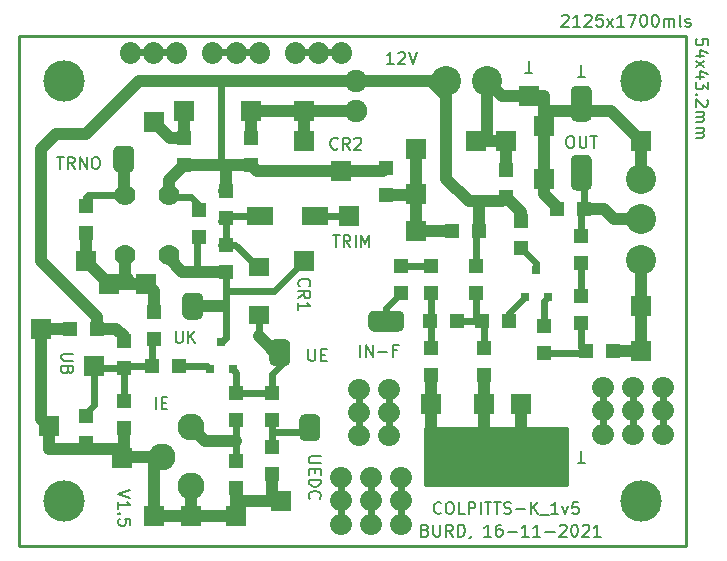
<source format=gbr>
G04 #@! TF.GenerationSoftware,KiCad,Pcbnew,(5.1.10)-1*
G04 #@! TF.CreationDate,2021-11-16T12:52:47+01:00*
G04 #@! TF.ProjectId,colpitts-k_1v5,636f6c70-6974-4747-932d-6b5f3176352e,2*
G04 #@! TF.SameCoordinates,Original*
G04 #@! TF.FileFunction,Copper,L1,Top*
G04 #@! TF.FilePolarity,Positive*
%FSLAX46Y46*%
G04 Gerber Fmt 4.6, Leading zero omitted, Abs format (unit mm)*
G04 Created by KiCad (PCBNEW (5.1.10)-1) date 2021-11-16 12:52:47*
%MOMM*%
%LPD*%
G01*
G04 APERTURE LIST*
G04 #@! TA.AperFunction,NonConductor*
%ADD10C,0.203200*%
G04 #@! TD*
G04 #@! TA.AperFunction,Profile*
%ADD11C,0.254000*%
G04 #@! TD*
G04 #@! TA.AperFunction,ComponentPad*
%ADD12R,1.752600X1.752600*%
G04 #@! TD*
G04 #@! TA.AperFunction,SMDPad,CuDef*
%ADD13R,1.270000X1.143000*%
G04 #@! TD*
G04 #@! TA.AperFunction,SMDPad,CuDef*
%ADD14R,1.778000X1.524000*%
G04 #@! TD*
G04 #@! TA.AperFunction,ComponentPad*
%ADD15C,3.505200*%
G04 #@! TD*
G04 #@! TA.AperFunction,SMDPad,CuDef*
%ADD16R,1.143000X1.270000*%
G04 #@! TD*
G04 #@! TA.AperFunction,SMDPad,CuDef*
%ADD17R,2.300000X1.600000*%
G04 #@! TD*
G04 #@! TA.AperFunction,ComponentPad*
%ADD18C,2.540000*%
G04 #@! TD*
G04 #@! TA.AperFunction,ComponentPad*
%ADD19C,1.778000*%
G04 #@! TD*
G04 #@! TA.AperFunction,SMDPad,CuDef*
%ADD20R,1.651000X1.651000*%
G04 #@! TD*
G04 #@! TA.AperFunction,ComponentPad*
%ADD21C,2.286000*%
G04 #@! TD*
G04 #@! TA.AperFunction,SMDPad,CuDef*
%ADD22R,0.762000X0.685800*%
G04 #@! TD*
G04 #@! TA.AperFunction,SMDPad,CuDef*
%ADD23R,1.778000X1.778000*%
G04 #@! TD*
G04 #@! TA.AperFunction,ComponentPad*
%ADD24C,1.905000*%
G04 #@! TD*
G04 #@! TA.AperFunction,Conductor*
%ADD25C,0.609600*%
G04 #@! TD*
G04 #@! TA.AperFunction,Conductor*
%ADD26C,1.778000*%
G04 #@! TD*
G04 #@! TA.AperFunction,Conductor*
%ADD27C,1.016000*%
G04 #@! TD*
G04 #@! TA.AperFunction,Conductor*
%ADD28C,0.254000*%
G04 #@! TD*
G04 #@! TA.AperFunction,Conductor*
%ADD29C,0.100000*%
G04 #@! TD*
G04 APERTURE END LIST*
D10*
X84376380Y-163551809D02*
X83360380Y-163890476D01*
X84376380Y-164229142D01*
X83360380Y-165100000D02*
X83360380Y-164519428D01*
X83360380Y-164809714D02*
X84376380Y-164809714D01*
X84231238Y-164712952D01*
X84134476Y-164616190D01*
X84086095Y-164519428D01*
X83457142Y-165535428D02*
X83408761Y-165583809D01*
X83360380Y-165535428D01*
X83408761Y-165487047D01*
X83457142Y-165535428D01*
X83360380Y-165535428D01*
X84376380Y-166503047D02*
X84376380Y-166019238D01*
X83892571Y-165970857D01*
X83940952Y-166019238D01*
X83989333Y-166116000D01*
X83989333Y-166357904D01*
X83940952Y-166454666D01*
X83892571Y-166503047D01*
X83795809Y-166551428D01*
X83553904Y-166551428D01*
X83457142Y-166503047D01*
X83408761Y-166454666D01*
X83360380Y-166357904D01*
X83360380Y-166116000D01*
X83408761Y-166019238D01*
X83457142Y-165970857D01*
X120922142Y-123365380D02*
X120970523Y-123317000D01*
X121067285Y-123268619D01*
X121309190Y-123268619D01*
X121405952Y-123317000D01*
X121454333Y-123365380D01*
X121502714Y-123462142D01*
X121502714Y-123558904D01*
X121454333Y-123704047D01*
X120873761Y-124284619D01*
X121502714Y-124284619D01*
X122470333Y-124284619D02*
X121889761Y-124284619D01*
X122180047Y-124284619D02*
X122180047Y-123268619D01*
X122083285Y-123413761D01*
X121986523Y-123510523D01*
X121889761Y-123558904D01*
X122857380Y-123365380D02*
X122905761Y-123317000D01*
X123002523Y-123268619D01*
X123244428Y-123268619D01*
X123341190Y-123317000D01*
X123389571Y-123365380D01*
X123437952Y-123462142D01*
X123437952Y-123558904D01*
X123389571Y-123704047D01*
X122809000Y-124284619D01*
X123437952Y-124284619D01*
X124357190Y-123268619D02*
X123873380Y-123268619D01*
X123825000Y-123752428D01*
X123873380Y-123704047D01*
X123970142Y-123655666D01*
X124212047Y-123655666D01*
X124308809Y-123704047D01*
X124357190Y-123752428D01*
X124405571Y-123849190D01*
X124405571Y-124091095D01*
X124357190Y-124187857D01*
X124308809Y-124236238D01*
X124212047Y-124284619D01*
X123970142Y-124284619D01*
X123873380Y-124236238D01*
X123825000Y-124187857D01*
X124744238Y-124284619D02*
X125276428Y-123607285D01*
X124744238Y-123607285D02*
X125276428Y-124284619D01*
X126195666Y-124284619D02*
X125615095Y-124284619D01*
X125905380Y-124284619D02*
X125905380Y-123268619D01*
X125808619Y-123413761D01*
X125711857Y-123510523D01*
X125615095Y-123558904D01*
X126534333Y-123268619D02*
X127211666Y-123268619D01*
X126776238Y-124284619D01*
X127792238Y-123268619D02*
X127889000Y-123268619D01*
X127985761Y-123317000D01*
X128034142Y-123365380D01*
X128082523Y-123462142D01*
X128130904Y-123655666D01*
X128130904Y-123897571D01*
X128082523Y-124091095D01*
X128034142Y-124187857D01*
X127985761Y-124236238D01*
X127889000Y-124284619D01*
X127792238Y-124284619D01*
X127695476Y-124236238D01*
X127647095Y-124187857D01*
X127598714Y-124091095D01*
X127550333Y-123897571D01*
X127550333Y-123655666D01*
X127598714Y-123462142D01*
X127647095Y-123365380D01*
X127695476Y-123317000D01*
X127792238Y-123268619D01*
X128759857Y-123268619D02*
X128856619Y-123268619D01*
X128953380Y-123317000D01*
X129001761Y-123365380D01*
X129050142Y-123462142D01*
X129098523Y-123655666D01*
X129098523Y-123897571D01*
X129050142Y-124091095D01*
X129001761Y-124187857D01*
X128953380Y-124236238D01*
X128856619Y-124284619D01*
X128759857Y-124284619D01*
X128663095Y-124236238D01*
X128614714Y-124187857D01*
X128566333Y-124091095D01*
X128517952Y-123897571D01*
X128517952Y-123655666D01*
X128566333Y-123462142D01*
X128614714Y-123365380D01*
X128663095Y-123317000D01*
X128759857Y-123268619D01*
X129533952Y-124284619D02*
X129533952Y-123607285D01*
X129533952Y-123704047D02*
X129582333Y-123655666D01*
X129679095Y-123607285D01*
X129824238Y-123607285D01*
X129921000Y-123655666D01*
X129969380Y-123752428D01*
X129969380Y-124284619D01*
X129969380Y-123752428D02*
X130017761Y-123655666D01*
X130114523Y-123607285D01*
X130259666Y-123607285D01*
X130356428Y-123655666D01*
X130404809Y-123752428D01*
X130404809Y-124284619D01*
X131033761Y-124284619D02*
X130937000Y-124236238D01*
X130888619Y-124139476D01*
X130888619Y-123268619D01*
X131372428Y-124236238D02*
X131469190Y-124284619D01*
X131662714Y-124284619D01*
X131759476Y-124236238D01*
X131807857Y-124139476D01*
X131807857Y-124091095D01*
X131759476Y-123994333D01*
X131662714Y-123945952D01*
X131517571Y-123945952D01*
X131420809Y-123897571D01*
X131372428Y-123800809D01*
X131372428Y-123752428D01*
X131420809Y-123655666D01*
X131517571Y-123607285D01*
X131662714Y-123607285D01*
X131759476Y-123655666D01*
X133271380Y-125838857D02*
X133271380Y-125355047D01*
X132787571Y-125306666D01*
X132835952Y-125355047D01*
X132884333Y-125451809D01*
X132884333Y-125693714D01*
X132835952Y-125790476D01*
X132787571Y-125838857D01*
X132690809Y-125887238D01*
X132448904Y-125887238D01*
X132352142Y-125838857D01*
X132303761Y-125790476D01*
X132255380Y-125693714D01*
X132255380Y-125451809D01*
X132303761Y-125355047D01*
X132352142Y-125306666D01*
X132932714Y-126758095D02*
X132255380Y-126758095D01*
X133319761Y-126516190D02*
X132594047Y-126274285D01*
X132594047Y-126903238D01*
X132255380Y-127193523D02*
X132932714Y-127725714D01*
X132932714Y-127193523D02*
X132255380Y-127725714D01*
X132932714Y-128548190D02*
X132255380Y-128548190D01*
X133319761Y-128306285D02*
X132594047Y-128064380D01*
X132594047Y-128693333D01*
X133271380Y-128983619D02*
X133271380Y-129612571D01*
X132884333Y-129273904D01*
X132884333Y-129419047D01*
X132835952Y-129515809D01*
X132787571Y-129564190D01*
X132690809Y-129612571D01*
X132448904Y-129612571D01*
X132352142Y-129564190D01*
X132303761Y-129515809D01*
X132255380Y-129419047D01*
X132255380Y-129128761D01*
X132303761Y-129032000D01*
X132352142Y-128983619D01*
X132352142Y-130048000D02*
X132303761Y-130096380D01*
X132255380Y-130048000D01*
X132303761Y-129999619D01*
X132352142Y-130048000D01*
X132255380Y-130048000D01*
X133174619Y-130483428D02*
X133223000Y-130531809D01*
X133271380Y-130628571D01*
X133271380Y-130870476D01*
X133223000Y-130967238D01*
X133174619Y-131015619D01*
X133077857Y-131064000D01*
X132981095Y-131064000D01*
X132835952Y-131015619D01*
X132255380Y-130435047D01*
X132255380Y-131064000D01*
X132255380Y-131499428D02*
X132932714Y-131499428D01*
X132835952Y-131499428D02*
X132884333Y-131547809D01*
X132932714Y-131644571D01*
X132932714Y-131789714D01*
X132884333Y-131886476D01*
X132787571Y-131934857D01*
X132255380Y-131934857D01*
X132787571Y-131934857D02*
X132884333Y-131983238D01*
X132932714Y-132080000D01*
X132932714Y-132225142D01*
X132884333Y-132321904D01*
X132787571Y-132370285D01*
X132255380Y-132370285D01*
X132255380Y-132854095D02*
X132932714Y-132854095D01*
X132835952Y-132854095D02*
X132884333Y-132902476D01*
X132932714Y-132999238D01*
X132932714Y-133144380D01*
X132884333Y-133241142D01*
X132787571Y-133289523D01*
X132255380Y-133289523D01*
X132787571Y-133289523D02*
X132884333Y-133337904D01*
X132932714Y-133434666D01*
X132932714Y-133579809D01*
X132884333Y-133676571D01*
X132787571Y-133724952D01*
X132255380Y-133724952D01*
X122845285Y-128572380D02*
X122264714Y-128572380D01*
X122555000Y-127556380D02*
X122555000Y-128572380D01*
X99453095Y-151589619D02*
X99453095Y-152412095D01*
X99501476Y-152508857D01*
X99549857Y-152557238D01*
X99646619Y-152605619D01*
X99840142Y-152605619D01*
X99936904Y-152557238D01*
X99985285Y-152508857D01*
X100033666Y-152412095D01*
X100033666Y-151589619D01*
X100517476Y-152073428D02*
X100856142Y-152073428D01*
X101001285Y-152605619D02*
X100517476Y-152605619D01*
X100517476Y-151589619D01*
X101001285Y-151589619D01*
X78147333Y-135333619D02*
X78727904Y-135333619D01*
X78437619Y-136349619D02*
X78437619Y-135333619D01*
X79647142Y-136349619D02*
X79308476Y-135865809D01*
X79066571Y-136349619D02*
X79066571Y-135333619D01*
X79453619Y-135333619D01*
X79550380Y-135382000D01*
X79598761Y-135430380D01*
X79647142Y-135527142D01*
X79647142Y-135672285D01*
X79598761Y-135769047D01*
X79550380Y-135817428D01*
X79453619Y-135865809D01*
X79066571Y-135865809D01*
X80082571Y-136349619D02*
X80082571Y-135333619D01*
X80663142Y-136349619D01*
X80663142Y-135333619D01*
X81340476Y-135333619D02*
X81534000Y-135333619D01*
X81630761Y-135382000D01*
X81727523Y-135478761D01*
X81775904Y-135672285D01*
X81775904Y-136010952D01*
X81727523Y-136204476D01*
X81630761Y-136301238D01*
X81534000Y-136349619D01*
X81340476Y-136349619D01*
X81243714Y-136301238D01*
X81146952Y-136204476D01*
X81098571Y-136010952D01*
X81098571Y-135672285D01*
X81146952Y-135478761D01*
X81243714Y-135382000D01*
X81340476Y-135333619D01*
X88228714Y-150065619D02*
X88228714Y-150888095D01*
X88277095Y-150984857D01*
X88325476Y-151033238D01*
X88422238Y-151081619D01*
X88615761Y-151081619D01*
X88712523Y-151033238D01*
X88760904Y-150984857D01*
X88809285Y-150888095D01*
X88809285Y-150065619D01*
X89293095Y-151081619D02*
X89293095Y-150065619D01*
X89873666Y-151081619D02*
X89438238Y-150501047D01*
X89873666Y-150065619D02*
X89293095Y-150646190D01*
X79550380Y-151982714D02*
X78727904Y-151982714D01*
X78631142Y-152031095D01*
X78582761Y-152079476D01*
X78534380Y-152176238D01*
X78534380Y-152369761D01*
X78582761Y-152466523D01*
X78631142Y-152514904D01*
X78727904Y-152563285D01*
X79550380Y-152563285D01*
X79066571Y-153385761D02*
X79018190Y-153530904D01*
X78969809Y-153579285D01*
X78873047Y-153627666D01*
X78727904Y-153627666D01*
X78631142Y-153579285D01*
X78582761Y-153530904D01*
X78534380Y-153434142D01*
X78534380Y-153047095D01*
X79550380Y-153047095D01*
X79550380Y-153385761D01*
X79502000Y-153482523D01*
X79453619Y-153530904D01*
X79356857Y-153579285D01*
X79260095Y-153579285D01*
X79163333Y-153530904D01*
X79114952Y-153482523D01*
X79066571Y-153385761D01*
X79066571Y-153047095D01*
X100505380Y-160667095D02*
X99682904Y-160667095D01*
X99586142Y-160715476D01*
X99537761Y-160763857D01*
X99489380Y-160860619D01*
X99489380Y-161054142D01*
X99537761Y-161150904D01*
X99586142Y-161199285D01*
X99682904Y-161247666D01*
X100505380Y-161247666D01*
X100021571Y-161731476D02*
X100021571Y-162070142D01*
X99489380Y-162215285D02*
X99489380Y-161731476D01*
X100505380Y-161731476D01*
X100505380Y-162215285D01*
X99489380Y-162650714D02*
X100505380Y-162650714D01*
X100505380Y-162892619D01*
X100457000Y-163037761D01*
X100360238Y-163134523D01*
X100263476Y-163182904D01*
X100069952Y-163231285D01*
X99924809Y-163231285D01*
X99731285Y-163182904D01*
X99634523Y-163134523D01*
X99537761Y-163037761D01*
X99489380Y-162892619D01*
X99489380Y-162650714D01*
X99586142Y-164247285D02*
X99537761Y-164198904D01*
X99489380Y-164053761D01*
X99489380Y-163957000D01*
X99537761Y-163811857D01*
X99634523Y-163715095D01*
X99731285Y-163666714D01*
X99924809Y-163618333D01*
X100069952Y-163618333D01*
X100263476Y-163666714D01*
X100360238Y-163715095D01*
X100457000Y-163811857D01*
X100505380Y-163957000D01*
X100505380Y-164053761D01*
X100457000Y-164198904D01*
X100408619Y-164247285D01*
X86535380Y-156669619D02*
X86535380Y-155653619D01*
X87019190Y-156137428D02*
X87357857Y-156137428D01*
X87503000Y-156669619D02*
X87019190Y-156669619D01*
X87019190Y-155653619D01*
X87503000Y-155653619D01*
X103813428Y-152224619D02*
X103813428Y-151208619D01*
X104297238Y-152224619D02*
X104297238Y-151208619D01*
X104877809Y-152224619D01*
X104877809Y-151208619D01*
X105361619Y-151837571D02*
X106135714Y-151837571D01*
X106958190Y-151692428D02*
X106619523Y-151692428D01*
X106619523Y-152224619D02*
X106619523Y-151208619D01*
X107103333Y-151208619D01*
X98697142Y-146261666D02*
X98648761Y-146213285D01*
X98600380Y-146068142D01*
X98600380Y-145971380D01*
X98648761Y-145826238D01*
X98745523Y-145729476D01*
X98842285Y-145681095D01*
X99035809Y-145632714D01*
X99180952Y-145632714D01*
X99374476Y-145681095D01*
X99471238Y-145729476D01*
X99568000Y-145826238D01*
X99616380Y-145971380D01*
X99616380Y-146068142D01*
X99568000Y-146213285D01*
X99519619Y-146261666D01*
X98600380Y-147277666D02*
X99084190Y-146939000D01*
X98600380Y-146697095D02*
X99616380Y-146697095D01*
X99616380Y-147084142D01*
X99568000Y-147180904D01*
X99519619Y-147229285D01*
X99422857Y-147277666D01*
X99277714Y-147277666D01*
X99180952Y-147229285D01*
X99132571Y-147180904D01*
X99084190Y-147084142D01*
X99084190Y-146697095D01*
X98600380Y-148245285D02*
X98600380Y-147664714D01*
X98600380Y-147955000D02*
X99616380Y-147955000D01*
X99471238Y-147858238D01*
X99374476Y-147761476D01*
X99326095Y-147664714D01*
X101938666Y-134601857D02*
X101890285Y-134650238D01*
X101745142Y-134698619D01*
X101648380Y-134698619D01*
X101503238Y-134650238D01*
X101406476Y-134553476D01*
X101358095Y-134456714D01*
X101309714Y-134263190D01*
X101309714Y-134118047D01*
X101358095Y-133924523D01*
X101406476Y-133827761D01*
X101503238Y-133731000D01*
X101648380Y-133682619D01*
X101745142Y-133682619D01*
X101890285Y-133731000D01*
X101938666Y-133779380D01*
X102954666Y-134698619D02*
X102616000Y-134214809D01*
X102374095Y-134698619D02*
X102374095Y-133682619D01*
X102761142Y-133682619D01*
X102857904Y-133731000D01*
X102906285Y-133779380D01*
X102954666Y-133876142D01*
X102954666Y-134021285D01*
X102906285Y-134118047D01*
X102857904Y-134166428D01*
X102761142Y-134214809D01*
X102374095Y-134214809D01*
X103341714Y-133779380D02*
X103390095Y-133731000D01*
X103486857Y-133682619D01*
X103728761Y-133682619D01*
X103825523Y-133731000D01*
X103873904Y-133779380D01*
X103922285Y-133876142D01*
X103922285Y-133972904D01*
X103873904Y-134118047D01*
X103293333Y-134698619D01*
X103922285Y-134698619D01*
X101503238Y-141937619D02*
X102083809Y-141937619D01*
X101793523Y-142953619D02*
X101793523Y-141937619D01*
X103003047Y-142953619D02*
X102664380Y-142469809D01*
X102422476Y-142953619D02*
X102422476Y-141937619D01*
X102809523Y-141937619D01*
X102906285Y-141986000D01*
X102954666Y-142034380D01*
X103003047Y-142131142D01*
X103003047Y-142276285D01*
X102954666Y-142373047D01*
X102906285Y-142421428D01*
X102809523Y-142469809D01*
X102422476Y-142469809D01*
X103438476Y-142953619D02*
X103438476Y-141937619D01*
X103922285Y-142953619D02*
X103922285Y-141937619D01*
X104260952Y-142663333D01*
X104599619Y-141937619D01*
X104599619Y-142953619D01*
X106686047Y-127459619D02*
X106105476Y-127459619D01*
X106395761Y-127459619D02*
X106395761Y-126443619D01*
X106299000Y-126588761D01*
X106202238Y-126685523D01*
X106105476Y-126733904D01*
X107073095Y-126540380D02*
X107121476Y-126492000D01*
X107218238Y-126443619D01*
X107460142Y-126443619D01*
X107556904Y-126492000D01*
X107605285Y-126540380D01*
X107653666Y-126637142D01*
X107653666Y-126733904D01*
X107605285Y-126879047D01*
X107024714Y-127459619D01*
X107653666Y-127459619D01*
X107943952Y-126443619D02*
X108282619Y-127459619D01*
X108621285Y-126443619D01*
X118400285Y-128191380D02*
X117819714Y-128191380D01*
X118110000Y-127175380D02*
X118110000Y-128191380D01*
X121539000Y-133555619D02*
X121732523Y-133555619D01*
X121829285Y-133604000D01*
X121926047Y-133700761D01*
X121974428Y-133894285D01*
X121974428Y-134232952D01*
X121926047Y-134426476D01*
X121829285Y-134523238D01*
X121732523Y-134571619D01*
X121539000Y-134571619D01*
X121442238Y-134523238D01*
X121345476Y-134426476D01*
X121297095Y-134232952D01*
X121297095Y-133894285D01*
X121345476Y-133700761D01*
X121442238Y-133604000D01*
X121539000Y-133555619D01*
X122409857Y-133555619D02*
X122409857Y-134378095D01*
X122458238Y-134474857D01*
X122506619Y-134523238D01*
X122603380Y-134571619D01*
X122796904Y-134571619D01*
X122893666Y-134523238D01*
X122942047Y-134474857D01*
X122990428Y-134378095D01*
X122990428Y-133555619D01*
X123329095Y-133555619D02*
X123909666Y-133555619D01*
X123619380Y-134571619D02*
X123619380Y-133555619D01*
X109353047Y-166932428D02*
X109498190Y-166980809D01*
X109546571Y-167029190D01*
X109594952Y-167125952D01*
X109594952Y-167271095D01*
X109546571Y-167367857D01*
X109498190Y-167416238D01*
X109401428Y-167464619D01*
X109014380Y-167464619D01*
X109014380Y-166448619D01*
X109353047Y-166448619D01*
X109449809Y-166497000D01*
X109498190Y-166545380D01*
X109546571Y-166642142D01*
X109546571Y-166738904D01*
X109498190Y-166835666D01*
X109449809Y-166884047D01*
X109353047Y-166932428D01*
X109014380Y-166932428D01*
X110030380Y-166448619D02*
X110030380Y-167271095D01*
X110078761Y-167367857D01*
X110127142Y-167416238D01*
X110223904Y-167464619D01*
X110417428Y-167464619D01*
X110514190Y-167416238D01*
X110562571Y-167367857D01*
X110610952Y-167271095D01*
X110610952Y-166448619D01*
X111675333Y-167464619D02*
X111336666Y-166980809D01*
X111094761Y-167464619D02*
X111094761Y-166448619D01*
X111481809Y-166448619D01*
X111578571Y-166497000D01*
X111626952Y-166545380D01*
X111675333Y-166642142D01*
X111675333Y-166787285D01*
X111626952Y-166884047D01*
X111578571Y-166932428D01*
X111481809Y-166980809D01*
X111094761Y-166980809D01*
X112110761Y-167464619D02*
X112110761Y-166448619D01*
X112352666Y-166448619D01*
X112497809Y-166497000D01*
X112594571Y-166593761D01*
X112642952Y-166690523D01*
X112691333Y-166884047D01*
X112691333Y-167029190D01*
X112642952Y-167222714D01*
X112594571Y-167319476D01*
X112497809Y-167416238D01*
X112352666Y-167464619D01*
X112110761Y-167464619D01*
X113175142Y-167416238D02*
X113175142Y-167464619D01*
X113126761Y-167561380D01*
X113078380Y-167609761D01*
X114916857Y-167464619D02*
X114336285Y-167464619D01*
X114626571Y-167464619D02*
X114626571Y-166448619D01*
X114529809Y-166593761D01*
X114433047Y-166690523D01*
X114336285Y-166738904D01*
X115787714Y-166448619D02*
X115594190Y-166448619D01*
X115497428Y-166497000D01*
X115449047Y-166545380D01*
X115352285Y-166690523D01*
X115303904Y-166884047D01*
X115303904Y-167271095D01*
X115352285Y-167367857D01*
X115400666Y-167416238D01*
X115497428Y-167464619D01*
X115690952Y-167464619D01*
X115787714Y-167416238D01*
X115836095Y-167367857D01*
X115884476Y-167271095D01*
X115884476Y-167029190D01*
X115836095Y-166932428D01*
X115787714Y-166884047D01*
X115690952Y-166835666D01*
X115497428Y-166835666D01*
X115400666Y-166884047D01*
X115352285Y-166932428D01*
X115303904Y-167029190D01*
X116319904Y-167077571D02*
X117094000Y-167077571D01*
X118110000Y-167464619D02*
X117529428Y-167464619D01*
X117819714Y-167464619D02*
X117819714Y-166448619D01*
X117722952Y-166593761D01*
X117626190Y-166690523D01*
X117529428Y-166738904D01*
X119077619Y-167464619D02*
X118497047Y-167464619D01*
X118787333Y-167464619D02*
X118787333Y-166448619D01*
X118690571Y-166593761D01*
X118593809Y-166690523D01*
X118497047Y-166738904D01*
X119513047Y-167077571D02*
X120287142Y-167077571D01*
X120722571Y-166545380D02*
X120770952Y-166497000D01*
X120867714Y-166448619D01*
X121109619Y-166448619D01*
X121206380Y-166497000D01*
X121254761Y-166545380D01*
X121303142Y-166642142D01*
X121303142Y-166738904D01*
X121254761Y-166884047D01*
X120674190Y-167464619D01*
X121303142Y-167464619D01*
X121932095Y-166448619D02*
X122028857Y-166448619D01*
X122125619Y-166497000D01*
X122174000Y-166545380D01*
X122222380Y-166642142D01*
X122270761Y-166835666D01*
X122270761Y-167077571D01*
X122222380Y-167271095D01*
X122174000Y-167367857D01*
X122125619Y-167416238D01*
X122028857Y-167464619D01*
X121932095Y-167464619D01*
X121835333Y-167416238D01*
X121786952Y-167367857D01*
X121738571Y-167271095D01*
X121690190Y-167077571D01*
X121690190Y-166835666D01*
X121738571Y-166642142D01*
X121786952Y-166545380D01*
X121835333Y-166497000D01*
X121932095Y-166448619D01*
X122657809Y-166545380D02*
X122706190Y-166497000D01*
X122802952Y-166448619D01*
X123044857Y-166448619D01*
X123141619Y-166497000D01*
X123190000Y-166545380D01*
X123238380Y-166642142D01*
X123238380Y-166738904D01*
X123190000Y-166884047D01*
X122609428Y-167464619D01*
X123238380Y-167464619D01*
X124206000Y-167464619D02*
X123625428Y-167464619D01*
X123915714Y-167464619D02*
X123915714Y-166448619D01*
X123818952Y-166593761D01*
X123722190Y-166690523D01*
X123625428Y-166738904D01*
X110689571Y-165462857D02*
X110641190Y-165511238D01*
X110496047Y-165559619D01*
X110399285Y-165559619D01*
X110254142Y-165511238D01*
X110157380Y-165414476D01*
X110109000Y-165317714D01*
X110060619Y-165124190D01*
X110060619Y-164979047D01*
X110109000Y-164785523D01*
X110157380Y-164688761D01*
X110254142Y-164592000D01*
X110399285Y-164543619D01*
X110496047Y-164543619D01*
X110641190Y-164592000D01*
X110689571Y-164640380D01*
X111318523Y-164543619D02*
X111512047Y-164543619D01*
X111608809Y-164592000D01*
X111705571Y-164688761D01*
X111753952Y-164882285D01*
X111753952Y-165220952D01*
X111705571Y-165414476D01*
X111608809Y-165511238D01*
X111512047Y-165559619D01*
X111318523Y-165559619D01*
X111221761Y-165511238D01*
X111125000Y-165414476D01*
X111076619Y-165220952D01*
X111076619Y-164882285D01*
X111125000Y-164688761D01*
X111221761Y-164592000D01*
X111318523Y-164543619D01*
X112673190Y-165559619D02*
X112189380Y-165559619D01*
X112189380Y-164543619D01*
X113011857Y-165559619D02*
X113011857Y-164543619D01*
X113398904Y-164543619D01*
X113495666Y-164592000D01*
X113544047Y-164640380D01*
X113592428Y-164737142D01*
X113592428Y-164882285D01*
X113544047Y-164979047D01*
X113495666Y-165027428D01*
X113398904Y-165075809D01*
X113011857Y-165075809D01*
X114027857Y-165559619D02*
X114027857Y-164543619D01*
X114366523Y-164543619D02*
X114947095Y-164543619D01*
X114656809Y-165559619D02*
X114656809Y-164543619D01*
X115140619Y-164543619D02*
X115721190Y-164543619D01*
X115430904Y-165559619D02*
X115430904Y-164543619D01*
X116011476Y-165511238D02*
X116156619Y-165559619D01*
X116398523Y-165559619D01*
X116495285Y-165511238D01*
X116543666Y-165462857D01*
X116592047Y-165366095D01*
X116592047Y-165269333D01*
X116543666Y-165172571D01*
X116495285Y-165124190D01*
X116398523Y-165075809D01*
X116205000Y-165027428D01*
X116108238Y-164979047D01*
X116059857Y-164930666D01*
X116011476Y-164833904D01*
X116011476Y-164737142D01*
X116059857Y-164640380D01*
X116108238Y-164592000D01*
X116205000Y-164543619D01*
X116446904Y-164543619D01*
X116592047Y-164592000D01*
X117027476Y-165172571D02*
X117801571Y-165172571D01*
X118285380Y-165559619D02*
X118285380Y-164543619D01*
X118865952Y-165559619D02*
X118430523Y-164979047D01*
X118865952Y-164543619D02*
X118285380Y-165124190D01*
X119059476Y-165656380D02*
X119833571Y-165656380D01*
X120607666Y-165559619D02*
X120027095Y-165559619D01*
X120317380Y-165559619D02*
X120317380Y-164543619D01*
X120220619Y-164688761D01*
X120123857Y-164785523D01*
X120027095Y-164833904D01*
X120946333Y-164882285D02*
X121188238Y-165559619D01*
X121430142Y-164882285D01*
X122301000Y-164543619D02*
X121817190Y-164543619D01*
X121768809Y-165027428D01*
X121817190Y-164979047D01*
X121913952Y-164930666D01*
X122155857Y-164930666D01*
X122252619Y-164979047D01*
X122301000Y-165027428D01*
X122349380Y-165124190D01*
X122349380Y-165366095D01*
X122301000Y-165462857D01*
X122252619Y-165511238D01*
X122155857Y-165559619D01*
X121913952Y-165559619D01*
X121817190Y-165511238D01*
X121768809Y-165462857D01*
X122845285Y-161211380D02*
X122264714Y-161211380D01*
X122555000Y-160195380D02*
X122555000Y-161211380D01*
D11*
X74930000Y-125095000D02*
X131445000Y-125095000D01*
X74930000Y-168275000D02*
X74930000Y-125095000D01*
X131445000Y-168275000D02*
X74930000Y-168275000D01*
X131445000Y-125095000D02*
X131445000Y-168275000D01*
D12*
X108585000Y-134620000D03*
X108585000Y-141605000D03*
X116205000Y-133985000D03*
X119380000Y-132715000D03*
X113665000Y-133985000D03*
X127635000Y-133985000D03*
X127635000Y-151765000D03*
X127635000Y-147955000D03*
X117475000Y-156210000D03*
X114300000Y-156210000D03*
D13*
X109855000Y-151507000D03*
X109855000Y-153793000D03*
X90170000Y-139823000D03*
X90170000Y-142109000D03*
G04 #@! TA.AperFunction,ComponentPad*
G36*
G01*
X82931000Y-136207500D02*
X82931000Y-134810500D01*
G75*
G02*
X83375500Y-134366000I444500J0D01*
G01*
X84264500Y-134366000D01*
G75*
G02*
X84709000Y-134810500I0J-444500D01*
G01*
X84709000Y-136207500D01*
G75*
G02*
X84264500Y-136652000I-444500J0D01*
G01*
X83375500Y-136652000D01*
G75*
G02*
X82931000Y-136207500I0J444500D01*
G01*
G37*
G04 #@! TD.AperFunction*
G04 #@! TA.AperFunction,ComponentPad*
G36*
G01*
X98679000Y-158940500D02*
X98679000Y-157543500D01*
G75*
G02*
X99123500Y-157099000I444500J0D01*
G01*
X100012500Y-157099000D01*
G75*
G02*
X100457000Y-157543500I0J-444500D01*
G01*
X100457000Y-158940500D01*
G75*
G02*
X100012500Y-159385000I-444500J0D01*
G01*
X99123500Y-159385000D01*
G75*
G02*
X98679000Y-158940500I0J444500D01*
G01*
G37*
G04 #@! TD.AperFunction*
G04 #@! TA.AperFunction,ComponentPad*
G36*
G01*
X96139000Y-152590500D02*
X96139000Y-151193500D01*
G75*
G02*
X96583500Y-150749000I444500J0D01*
G01*
X97472500Y-150749000D01*
G75*
G02*
X97917000Y-151193500I0J-444500D01*
G01*
X97917000Y-152590500D01*
G75*
G02*
X97472500Y-153035000I-444500J0D01*
G01*
X96583500Y-153035000D01*
G75*
G02*
X96139000Y-152590500I0J444500D01*
G01*
G37*
G04 #@! TD.AperFunction*
G04 #@! TA.AperFunction,ComponentPad*
G36*
G01*
X88773000Y-148653500D02*
X88773000Y-147256500D01*
G75*
G02*
X89217500Y-146812000I444500J0D01*
G01*
X90106500Y-146812000D01*
G75*
G02*
X90551000Y-147256500I0J-444500D01*
G01*
X90551000Y-148653500D01*
G75*
G02*
X90106500Y-149098000I-444500J0D01*
G01*
X89217500Y-149098000D01*
G75*
G02*
X88773000Y-148653500I0J444500D01*
G01*
G37*
G04 #@! TD.AperFunction*
D12*
X83693000Y-160782000D03*
X119380000Y-160020000D03*
X114935000Y-160020000D03*
X110490000Y-160020000D03*
X94615000Y-131445000D03*
X86360000Y-132334000D03*
X88900000Y-131445000D03*
X80645000Y-144145000D03*
X85725000Y-146050000D03*
X82550000Y-146050000D03*
X76835000Y-149860000D03*
X77470000Y-158115000D03*
X86360000Y-165735000D03*
X89535000Y-165735000D03*
X93345000Y-165735000D03*
X97155000Y-164465000D03*
X109855000Y-156210000D03*
X119380000Y-137160000D03*
X108585000Y-138430000D03*
X99060000Y-133985000D03*
X99060000Y-131445000D03*
G04 #@! TA.AperFunction,SMDPad,CuDef*
G36*
G01*
X122110500Y-129286000D02*
X122999500Y-129286000D01*
G75*
G02*
X123444000Y-129730500I0J-444500D01*
G01*
X123444000Y-131889500D01*
G75*
G02*
X122999500Y-132334000I-444500J0D01*
G01*
X122110500Y-132334000D01*
G75*
G02*
X121666000Y-131889500I0J444500D01*
G01*
X121666000Y-129730500D01*
G75*
G02*
X122110500Y-129286000I444500J0D01*
G01*
G37*
G04 #@! TD.AperFunction*
G04 #@! TA.AperFunction,SMDPad,CuDef*
G36*
G01*
X122110500Y-135128000D02*
X122999500Y-135128000D01*
G75*
G02*
X123444000Y-135572500I0J-444500D01*
G01*
X123444000Y-137731500D01*
G75*
G02*
X122999500Y-138176000I-444500J0D01*
G01*
X122110500Y-138176000D01*
G75*
G02*
X121666000Y-137731500I0J444500D01*
G01*
X121666000Y-135572500D01*
G75*
G02*
X122110500Y-135128000I444500J0D01*
G01*
G37*
G04 #@! TD.AperFunction*
D14*
X95250000Y-144681000D03*
X95250000Y-148681000D03*
G04 #@! TA.AperFunction,SMDPad,CuDef*
G36*
G01*
X107569000Y-148780500D02*
X107569000Y-149669500D01*
G75*
G02*
X107124500Y-150114000I-444500J0D01*
G01*
X104965500Y-150114000D01*
G75*
G02*
X104521000Y-149669500I0J444500D01*
G01*
X104521000Y-148780500D01*
G75*
G02*
X104965500Y-148336000I444500J0D01*
G01*
X107124500Y-148336000D01*
G75*
G02*
X107569000Y-148780500I0J-444500D01*
G01*
G37*
G04 #@! TD.AperFunction*
D12*
X118110000Y-130175000D03*
D15*
X78740000Y-164465000D03*
X127635000Y-164465000D03*
X127635000Y-128905000D03*
X78740000Y-128905000D03*
D13*
X92456000Y-142744000D03*
X92456000Y-145030000D03*
X92456000Y-140458000D03*
X92456000Y-138172000D03*
X80645000Y-159508000D03*
X80645000Y-157222000D03*
D16*
X79252000Y-149860000D03*
X81538000Y-149860000D03*
D13*
X86360000Y-148467000D03*
X86360000Y-150753000D03*
X94615000Y-133727000D03*
X94615000Y-136013000D03*
X88900000Y-133727000D03*
X88900000Y-136013000D03*
D17*
X100013000Y-140335000D03*
X95313000Y-140335000D03*
D13*
X96393000Y-162175000D03*
X96393000Y-159889000D03*
D16*
X111637000Y-141605000D03*
X113923000Y-141605000D03*
X109732000Y-149225000D03*
X112018000Y-149225000D03*
D13*
X106045000Y-138553000D03*
X106045000Y-136267000D03*
X116205000Y-138688000D03*
X116205000Y-136402000D03*
X122555000Y-144268000D03*
X122555000Y-141982000D03*
D18*
X127635000Y-137160000D03*
X127635000Y-140589000D03*
X127635000Y-144018000D03*
X111125000Y-128905000D03*
X114554000Y-128905000D03*
D19*
X87634000Y-138585000D03*
X87634000Y-143585000D03*
X83951000Y-143585000D03*
X83951000Y-138585000D03*
D20*
X81280000Y-153035000D03*
D21*
X89535000Y-158195000D03*
X87035000Y-160695000D03*
X89535000Y-163195000D03*
D22*
X91125000Y-153289000D03*
X93025000Y-153289000D03*
X92075000Y-151003000D03*
X118745000Y-144907000D03*
X119695000Y-147193000D03*
X117795000Y-147193000D03*
D13*
X83820000Y-153158000D03*
X83820000Y-150872000D03*
X83820000Y-155952000D03*
X83820000Y-158238000D03*
X80645000Y-141728000D03*
X80645000Y-139442000D03*
D16*
X86237000Y-153035000D03*
X88523000Y-153035000D03*
D13*
X93345000Y-157603000D03*
X93345000Y-155317000D03*
X93345000Y-161032000D03*
X93345000Y-163318000D03*
X96393000Y-157611000D03*
X96393000Y-155325000D03*
X113665000Y-144522000D03*
X113665000Y-146808000D03*
X114300000Y-153793000D03*
X114300000Y-151507000D03*
D16*
X116463000Y-149225000D03*
X114177000Y-149225000D03*
D13*
X117475000Y-140712000D03*
X117475000Y-142998000D03*
D16*
X122932000Y-151765000D03*
X125218000Y-151765000D03*
D13*
X119380000Y-149602000D03*
X119380000Y-151888000D03*
D23*
X102235000Y-136525000D03*
X102870000Y-140335000D03*
X99060000Y-144145000D03*
D24*
X103505000Y-131405000D03*
X103505000Y-128905000D03*
D13*
X107315000Y-146808000D03*
X107315000Y-144522000D03*
X109855000Y-146808000D03*
X109855000Y-144522000D03*
X122555000Y-147062000D03*
X122555000Y-149348000D03*
D16*
X120527000Y-139700000D03*
X122813000Y-139700000D03*
D25*
X106235500Y-154940000D02*
X106235500Y-158877000D01*
D26*
X106235500Y-158877000D02*
X106172000Y-158877000D01*
X106235500Y-156908500D02*
X106172000Y-156908500D01*
X106235500Y-154940000D02*
X106172000Y-154940000D01*
X103695500Y-158877000D02*
X103632000Y-158877000D01*
X103695500Y-156908500D02*
X103632000Y-156908500D01*
X103695500Y-154940000D02*
X103632000Y-154940000D01*
D25*
X103695500Y-154940000D02*
X103695500Y-158877000D01*
D26*
X102171500Y-164401500D02*
X102108000Y-164401500D01*
X102171500Y-166370000D02*
X102108000Y-166370000D01*
X102171500Y-162433000D02*
X102108000Y-162433000D01*
D25*
X102171500Y-162433000D02*
X102171500Y-166370000D01*
X124396500Y-154813000D02*
X124396500Y-158750000D01*
D26*
X124396500Y-156781500D02*
X124333000Y-156781500D01*
X124396500Y-158750000D02*
X124333000Y-158750000D01*
X124396500Y-154813000D02*
X124333000Y-154813000D01*
X126936500Y-156781500D02*
X126873000Y-156781500D01*
D25*
X126936500Y-154813000D02*
X126936500Y-158750000D01*
D26*
X126936500Y-154813000D02*
X126873000Y-154813000D01*
X126936500Y-158750000D02*
X126873000Y-158750000D01*
X129476500Y-156781500D02*
X129413000Y-156781500D01*
D25*
X129476500Y-154813000D02*
X129476500Y-158750000D01*
D26*
X129476500Y-158750000D02*
X129413000Y-158750000D01*
X129476500Y-154813000D02*
X129413000Y-154813000D01*
X84328000Y-126428500D02*
X84328000Y-126492000D01*
X86296500Y-126428500D02*
X86296500Y-126492000D01*
D25*
X84328000Y-126428500D02*
X88265000Y-126428500D01*
D26*
X88265000Y-126428500D02*
X88265000Y-126492000D01*
X93281500Y-126428500D02*
X93281500Y-126492000D01*
X95250000Y-126428500D02*
X95250000Y-126492000D01*
D25*
X91313000Y-126428500D02*
X95250000Y-126428500D01*
D26*
X91313000Y-126428500D02*
X91313000Y-126492000D01*
D25*
X98298000Y-126428500D02*
X102235000Y-126428500D01*
D26*
X100266500Y-126428500D02*
X100266500Y-126492000D01*
X102235000Y-126428500D02*
X102235000Y-126492000D01*
X98298000Y-126428500D02*
X98298000Y-126492000D01*
X107251500Y-162433000D02*
X107188000Y-162433000D01*
D25*
X107251500Y-162433000D02*
X107251500Y-166370000D01*
D26*
X107251500Y-166370000D02*
X107188000Y-166370000D01*
X107251500Y-164401500D02*
X107188000Y-164401500D01*
D25*
X104711500Y-162433000D02*
X104711500Y-166370000D01*
D26*
X104711500Y-166370000D02*
X104648000Y-166370000D01*
X104711500Y-162433000D02*
X104648000Y-162433000D01*
X104711500Y-164401500D02*
X104648000Y-164401500D01*
D25*
X93214000Y-142744000D02*
X92075000Y-142744000D01*
X95151000Y-144681000D02*
X93214000Y-142744000D01*
X95250000Y-144681000D02*
X95151000Y-144681000D01*
X92456000Y-140712000D02*
X92456000Y-142744000D01*
X92452000Y-140335000D02*
X92075000Y-140712000D01*
X95313000Y-140335000D02*
X92452000Y-140335000D01*
X96520000Y-146685000D02*
X92583000Y-146685000D01*
X99060000Y-144145000D02*
X96520000Y-146685000D01*
D27*
X89662000Y-147955000D02*
X92202000Y-147955000D01*
D25*
X92456000Y-146812000D02*
X92583000Y-146685000D01*
X92456000Y-150622000D02*
X92456000Y-146812000D01*
X92075000Y-151003000D02*
X92456000Y-150622000D01*
D27*
X92329000Y-145030000D02*
X89920000Y-145030000D01*
D25*
X92456000Y-145411000D02*
X92075000Y-145030000D01*
X92456000Y-146558000D02*
X92456000Y-145411000D01*
X92583000Y-146685000D02*
X92456000Y-146558000D01*
D27*
X87634000Y-143585000D02*
X87761000Y-143585000D01*
X87634000Y-143887000D02*
X87634000Y-143585000D01*
X88777000Y-145030000D02*
X87634000Y-143887000D01*
X89920000Y-145030000D02*
X88777000Y-145030000D01*
D25*
X90043000Y-144907000D02*
X89920000Y-145030000D01*
X90043000Y-142109000D02*
X90043000Y-144907000D01*
X86237000Y-150876000D02*
X86360000Y-150753000D01*
X86237000Y-153035000D02*
X86237000Y-150876000D01*
X83820000Y-155952000D02*
X83820000Y-153158000D01*
X83943000Y-153035000D02*
X83820000Y-153158000D01*
X86237000Y-153035000D02*
X83943000Y-153035000D01*
X81403000Y-153158000D02*
X81280000Y-153035000D01*
X83820000Y-153158000D02*
X81403000Y-153158000D01*
X81280000Y-156329000D02*
X80387000Y-157222000D01*
X80387000Y-157222000D02*
X80645000Y-157222000D01*
X81280000Y-153035000D02*
X81280000Y-156329000D01*
X90871000Y-153035000D02*
X88523000Y-153035000D01*
X91125000Y-153289000D02*
X90871000Y-153035000D01*
X116463000Y-149225000D02*
X116463000Y-148525000D01*
X116463000Y-148525000D02*
X117795000Y-147193000D01*
X102870000Y-140335000D02*
X100013000Y-140335000D01*
D27*
X118150000Y-130135000D02*
X118110000Y-130175000D01*
X99100000Y-131405000D02*
X99060000Y-131445000D01*
X99100000Y-133945000D02*
X99060000Y-133985000D01*
X108625000Y-138390000D02*
X108585000Y-138430000D01*
X119420000Y-137120000D02*
X119380000Y-137160000D01*
X109895000Y-156170000D02*
X109855000Y-156210000D01*
X97195000Y-164425000D02*
X97155000Y-164465000D01*
X93385000Y-165695000D02*
X93345000Y-165735000D01*
X89575000Y-165695000D02*
X89535000Y-165735000D01*
X86400000Y-165695000D02*
X86360000Y-165735000D01*
X77510000Y-158075000D02*
X77470000Y-158115000D01*
X76875000Y-149820000D02*
X76835000Y-149860000D01*
X82590000Y-146010000D02*
X82550000Y-146050000D01*
X85765000Y-146010000D02*
X85725000Y-146050000D01*
X80685000Y-144105000D02*
X80645000Y-144145000D01*
X88940000Y-131405000D02*
X88900000Y-131445000D01*
X108462000Y-138553000D02*
X108585000Y-138430000D01*
X106045000Y-138553000D02*
X108462000Y-138553000D01*
X94655000Y-131405000D02*
X94615000Y-131445000D01*
X103505000Y-131405000D02*
X94655000Y-131405000D01*
X94615000Y-133727000D02*
X94615000Y-131445000D01*
X99060000Y-133985000D02*
X99060000Y-131445000D01*
X88900000Y-133727000D02*
X88900000Y-131445000D01*
X86360000Y-146685000D02*
X85725000Y-146050000D01*
X86360000Y-148467000D02*
X86360000Y-146685000D01*
X82550000Y-146050000D02*
X80645000Y-144145000D01*
X80645000Y-144145000D02*
X80645000Y-141728000D01*
X84205000Y-145665000D02*
X83820000Y-146050000D01*
X83947000Y-143585000D02*
X83947000Y-145665000D01*
X83820000Y-146050000D02*
X82550000Y-146050000D01*
X85725000Y-146050000D02*
X83820000Y-146050000D01*
X89535000Y-163195000D02*
X89535000Y-165735000D01*
X93345000Y-163318000D02*
X93345000Y-165735000D01*
X87035000Y-160695000D02*
X86400000Y-160695000D01*
X86360000Y-160735000D02*
X86360000Y-165735000D01*
X86400000Y-160695000D02*
X86360000Y-160735000D01*
X83820000Y-160020000D02*
X83820000Y-158238000D01*
X77470000Y-160020000D02*
X77470000Y-158115000D01*
X80010000Y-160020000D02*
X77470000Y-160020000D01*
X77470000Y-158115000D02*
X76835000Y-157480000D01*
X76835000Y-157480000D02*
X76835000Y-149860000D01*
X76835000Y-149860000D02*
X79252000Y-149860000D01*
X80645000Y-159508000D02*
X80645000Y-160020000D01*
X80645000Y-160020000D02*
X80010000Y-160020000D01*
X83820000Y-160020000D02*
X80645000Y-160020000D01*
X114300000Y-156210000D02*
X114300000Y-158750000D01*
X117475000Y-160020000D02*
X117475000Y-156210000D01*
X93345000Y-165735000D02*
X86360000Y-165735000D01*
X93345000Y-164465000D02*
X93345000Y-165735000D01*
X97155000Y-164465000D02*
X93345000Y-164465000D01*
X83693000Y-160147000D02*
X83820000Y-160020000D01*
X83693000Y-160782000D02*
X83693000Y-160147000D01*
X83780000Y-160695000D02*
X83693000Y-160782000D01*
X87035000Y-160695000D02*
X83780000Y-160695000D01*
X87753000Y-133727000D02*
X88900000Y-133727000D01*
X86360000Y-132334000D02*
X87753000Y-133727000D01*
X86360000Y-132715000D02*
X86360000Y-132334000D01*
X96393000Y-162175000D02*
X96393000Y-164465000D01*
X115824000Y-130175000D02*
X118110000Y-130175000D01*
X114554000Y-128905000D02*
X115824000Y-130175000D01*
X114340000Y-156170000D02*
X114300000Y-156210000D01*
X117515000Y-156170000D02*
X117475000Y-156210000D01*
X127675000Y-147915000D02*
X127635000Y-147955000D01*
X127675000Y-151725000D02*
X127635000Y-151765000D01*
X127675000Y-133945000D02*
X127635000Y-133985000D01*
X119420000Y-132675000D02*
X119380000Y-132715000D01*
X116245000Y-133945000D02*
X116205000Y-133985000D01*
X108625000Y-141565000D02*
X108585000Y-141605000D01*
X120527000Y-139700000D02*
X120527000Y-139577000D01*
X120527000Y-139577000D02*
X119380000Y-138430000D01*
X119380000Y-138430000D02*
X119380000Y-132715000D01*
X116205000Y-136402000D02*
X116205000Y-133985000D01*
X119380000Y-130175000D02*
X118110000Y-130175000D01*
X122555000Y-131445000D02*
X119380000Y-131445000D01*
X119380000Y-131445000D02*
X119380000Y-130175000D01*
X119380000Y-132715000D02*
X119380000Y-131445000D01*
X111637000Y-141605000D02*
X108585000Y-141605000D01*
X108585000Y-138430000D02*
X108585000Y-141605000D01*
X114554000Y-133604000D02*
X114935000Y-133985000D01*
X114554000Y-128905000D02*
X114554000Y-133604000D01*
X114935000Y-133985000D02*
X113665000Y-133985000D01*
X116205000Y-133985000D02*
X114935000Y-133985000D01*
X108585000Y-138430000D02*
X108585000Y-134620000D01*
X114300000Y-156210000D02*
X114300000Y-153793000D01*
X109855000Y-156210000D02*
X109855000Y-153793000D01*
X127635000Y-144018000D02*
X127635000Y-151765000D01*
X125218000Y-151765000D02*
X127635000Y-151765000D01*
X127635000Y-137160000D02*
X127635000Y-133985000D01*
X125095000Y-131445000D02*
X122555000Y-131445000D01*
X127635000Y-133985000D02*
X125095000Y-131445000D01*
X109855000Y-159385000D02*
X110490000Y-160020000D01*
X109855000Y-156210000D02*
X109855000Y-159385000D01*
D25*
X113665000Y-144522000D02*
X113923000Y-144522000D01*
D27*
X95127000Y-136525000D02*
X94615000Y-136013000D01*
X102235000Y-136525000D02*
X95127000Y-136525000D01*
X91952000Y-136013000D02*
X88900000Y-136013000D01*
X94615000Y-136013000D02*
X91952000Y-136013000D01*
X105787000Y-136525000D02*
X106045000Y-136267000D01*
X102235000Y-136525000D02*
X105787000Y-136525000D01*
D25*
X92075000Y-136136000D02*
X92075000Y-128905000D01*
D27*
X103505000Y-128905000D02*
X92075000Y-128905000D01*
X83820000Y-150872000D02*
X83820000Y-150495000D01*
X83185000Y-149860000D02*
X81538000Y-149860000D01*
X83820000Y-150495000D02*
X83185000Y-149860000D01*
X81538000Y-148848000D02*
X81538000Y-149860000D01*
X76835000Y-144145000D02*
X81538000Y-148848000D01*
X76835000Y-134620000D02*
X76835000Y-144145000D01*
X78105000Y-133350000D02*
X76835000Y-134620000D01*
X80645000Y-133350000D02*
X78105000Y-133350000D01*
X85090000Y-128905000D02*
X80645000Y-133350000D01*
X92075000Y-128905000D02*
X85090000Y-128905000D01*
X109855000Y-128905000D02*
X103505000Y-128905000D01*
X111125000Y-130175000D02*
X109855000Y-128905000D01*
X88011000Y-136902000D02*
X88900000Y-136013000D01*
X87761000Y-138585000D02*
X88011000Y-138335000D01*
D25*
X87860000Y-138684000D02*
X87761000Y-138585000D01*
X89535000Y-138684000D02*
X87860000Y-138684000D01*
X90043000Y-139192000D02*
X89535000Y-138684000D01*
X90043000Y-139823000D02*
X90043000Y-139192000D01*
D27*
X92329000Y-138172000D02*
X92456000Y-138172000D01*
X92456000Y-136271000D02*
X92714000Y-136013000D01*
X92456000Y-138172000D02*
X92456000Y-136271000D01*
X87630000Y-137283000D02*
X88011000Y-136902000D01*
X87630000Y-138430000D02*
X87630000Y-137283000D01*
D25*
X113665000Y-141863000D02*
X113665000Y-144522000D01*
X113923000Y-141605000D02*
X113665000Y-141863000D01*
D27*
X111125000Y-130175000D02*
X111125000Y-128905000D01*
X115828000Y-139065000D02*
X116205000Y-138688000D01*
X111125000Y-137160000D02*
X113030000Y-139065000D01*
X111125000Y-130175000D02*
X111125000Y-137160000D01*
X113923000Y-139323000D02*
X113665000Y-139065000D01*
X113923000Y-141605000D02*
X113923000Y-139323000D01*
X113665000Y-139065000D02*
X115828000Y-139065000D01*
X113030000Y-139065000D02*
X113665000Y-139065000D01*
X117475000Y-139958000D02*
X116205000Y-138688000D01*
X117475000Y-140712000D02*
X117475000Y-139958000D01*
D25*
X96393000Y-159643000D02*
X96393000Y-159889000D01*
X96393000Y-159889000D02*
X96393000Y-157611000D01*
X99187000Y-158623000D02*
X96393000Y-158623000D01*
X99568000Y-158242000D02*
X99187000Y-158623000D01*
X109855000Y-149348000D02*
X109732000Y-149225000D01*
X109855000Y-151507000D02*
X109855000Y-149348000D01*
X109855000Y-149102000D02*
X109732000Y-149225000D01*
X109855000Y-146808000D02*
X109855000Y-149102000D01*
X113665000Y-149102000D02*
X113665000Y-146808000D01*
X113788000Y-149225000D02*
X113665000Y-149102000D01*
X114177000Y-149225000D02*
X113788000Y-149225000D01*
X112018000Y-149225000D02*
X114177000Y-149225000D01*
X114300000Y-149348000D02*
X114177000Y-149225000D01*
X114300000Y-151507000D02*
X114300000Y-149348000D01*
X122555000Y-147062000D02*
X122555000Y-144268000D01*
X122555000Y-139958000D02*
X122813000Y-139700000D01*
X122555000Y-141982000D02*
X122555000Y-139958000D01*
X122813000Y-136148000D02*
X122555000Y-135890000D01*
X122813000Y-139700000D02*
X122813000Y-136148000D01*
D27*
X124460000Y-139700000D02*
X122813000Y-139700000D01*
X125349000Y-140589000D02*
X124460000Y-139700000D01*
X127635000Y-140589000D02*
X125349000Y-140589000D01*
D25*
X84205000Y-138585000D02*
X80800000Y-138585000D01*
X80645000Y-138740000D02*
X80800000Y-138585000D01*
X80645000Y-139442000D02*
X80645000Y-138740000D01*
X84205000Y-138585000D02*
X83820000Y-138200000D01*
D27*
X83820000Y-138200000D02*
X83820000Y-135509000D01*
D25*
X96393000Y-153670000D02*
X96393000Y-155325000D01*
D27*
X95250000Y-150495000D02*
X97155000Y-152400000D01*
D25*
X95250000Y-148681000D02*
X95250000Y-150495000D01*
X97155000Y-152908000D02*
X96393000Y-153670000D01*
X97155000Y-152400000D02*
X97155000Y-152908000D01*
X93349000Y-155321000D02*
X96393000Y-155321000D01*
X93345000Y-155317000D02*
X93349000Y-155321000D01*
X93345000Y-153609000D02*
X93025000Y-153289000D01*
X93345000Y-155317000D02*
X93345000Y-153609000D01*
X93345000Y-158750000D02*
X93345000Y-157603000D01*
D27*
X89535000Y-158195000D02*
X90725000Y-159385000D01*
X90725000Y-159385000D02*
X93345000Y-159385000D01*
D25*
X93345000Y-159385000D02*
X93345000Y-158750000D01*
X93345000Y-161032000D02*
X93345000Y-159385000D01*
X118745000Y-144268000D02*
X117475000Y-142998000D01*
X118745000Y-144907000D02*
X118745000Y-144268000D01*
X119380000Y-147508000D02*
X119695000Y-147193000D01*
X119380000Y-149602000D02*
X119380000Y-147508000D01*
X106045000Y-148078000D02*
X107315000Y-146808000D01*
X106045000Y-149225000D02*
X106045000Y-148078000D01*
X107315000Y-144522000D02*
X109855000Y-144522000D01*
X122809000Y-151888000D02*
X122932000Y-151765000D01*
X119380000Y-151888000D02*
X122809000Y-151888000D01*
X122555000Y-151388000D02*
X122932000Y-151765000D01*
X122555000Y-149348000D02*
X122555000Y-151388000D01*
D28*
X121329304Y-163068000D02*
X109347000Y-163068000D01*
X109347000Y-158242000D01*
X121329304Y-158242000D01*
X121329304Y-163068000D01*
G04 #@! TA.AperFunction,Conductor*
D29*
G36*
X121329304Y-163068000D02*
G01*
X109347000Y-163068000D01*
X109347000Y-158242000D01*
X121329304Y-158242000D01*
X121329304Y-163068000D01*
G37*
G04 #@! TD.AperFunction*
M02*

</source>
